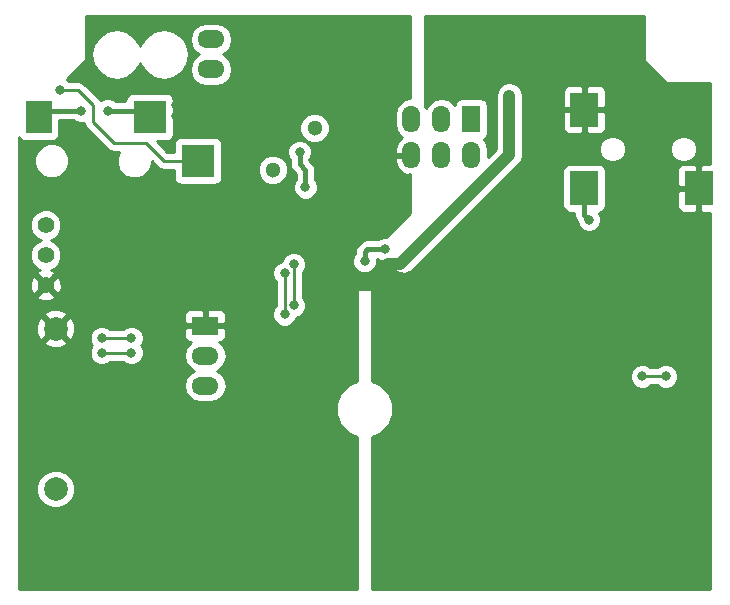
<source format=gbr>
G04 #@! TF.GenerationSoftware,KiCad,Pcbnew,(2017-08-18 revision 6be2f2934)-master*
G04 #@! TF.CreationDate,2017-08-19T20:32:53-06:00*
G04 #@! TF.ProjectId,tone,746F6E652E6B696361645F7063620000,rev?*
G04 #@! TF.SameCoordinates,Original*
G04 #@! TF.FileFunction,Copper,L2,Bot,Signal*
G04 #@! TF.FilePolarity,Positive*
%FSLAX46Y46*%
G04 Gerber Fmt 4.6, Leading zero omitted, Abs format (unit mm)*
G04 Created by KiCad (PCBNEW (2017-08-18 revision 6be2f2934)-master) date Sat Aug 19 20:32:53 2017*
%MOMM*%
%LPD*%
G01*
G04 APERTURE LIST*
%ADD10C,1.000000*%
%ADD11R,2.286000X1.524000*%
%ADD12O,2.286000X1.524000*%
%ADD13C,1.000000*%
%ADD14C,1.400000*%
%ADD15C,2.000000*%
%ADD16R,1.524000X2.286000*%
%ADD17O,1.524000X2.286000*%
%ADD18R,2.400000X2.850000*%
%ADD19R,2.800000X2.800000*%
%ADD20R,2.200000X2.800000*%
%ADD21C,1.300000*%
%ADD22C,0.800000*%
%ADD23C,0.400000*%
%ADD24C,0.250000*%
%ADD25C,0.254000*%
G04 APERTURE END LIST*
D10*
X33328249Y-21421751D02*
X34671751Y-20078249D01*
D11*
X16500000Y-26960000D03*
D12*
X16500000Y-29500000D03*
X16500000Y-32040000D03*
D13*
X33328249Y-21421751D03*
X34671751Y-20078249D03*
D14*
X3000000Y-23540000D03*
X3000000Y-21000000D03*
X3000000Y-18460000D03*
D12*
X17000000Y-5270000D03*
X17000000Y-2730000D03*
D15*
X3840000Y-27205000D03*
X3840000Y-40795000D03*
D16*
X39040000Y-9476000D03*
D17*
X36500000Y-9476000D03*
X33960000Y-9476000D03*
X39040000Y-12524000D03*
X36500000Y-12524000D03*
X33960000Y-12524000D03*
D18*
X58300000Y-15325000D03*
X48600000Y-15325000D03*
X48600000Y-8675000D03*
D19*
X15900000Y-13000000D03*
X11800000Y-9300000D03*
D20*
X2400000Y-9300000D03*
D21*
X25767767Y-10232233D03*
X22232233Y-13767767D03*
D22*
X31500000Y-1500000D03*
X35750000Y-1250000D03*
X52500000Y-1500000D03*
X45750000Y-1500000D03*
X25000000Y-44000000D03*
X7000000Y-33000000D03*
X8500000Y-21500000D03*
X11250000Y-24500000D03*
X20500000Y-27250000D03*
X28000000Y-20250000D03*
X20750000Y-12750000D03*
X22500000Y-10000000D03*
X59000000Y-7500000D03*
X45000000Y-15000000D03*
X40000000Y-20000000D03*
X56500000Y-27500000D03*
X50000000Y-35000000D03*
X56000000Y-43000000D03*
X45000000Y-43000000D03*
X35000000Y-44000000D03*
X19750000Y-18500000D03*
X42500000Y-32750000D03*
X37250000Y-25225000D03*
X36250000Y-25225000D03*
X24000000Y-20500000D03*
X23000000Y-20500000D03*
X7500000Y-18224990D03*
X5250000Y-37000000D03*
X5250000Y-45000000D03*
X12500000Y-41000000D03*
X11000000Y-18500000D03*
X10000000Y-18500000D03*
X19000000Y-8250000D03*
X19000000Y-7250000D03*
X18000000Y-7250000D03*
X17000000Y-7250000D03*
X16000000Y-7250000D03*
X16000000Y-8250000D03*
X19000000Y-9250000D03*
X16000000Y-9250000D03*
X15000000Y-7250000D03*
X14000000Y-7250000D03*
X15000000Y-8250000D03*
X14000000Y-8250000D03*
X15000000Y-9250000D03*
X14000000Y-9250000D03*
X19500000Y-17000000D03*
X20500000Y-17000000D03*
X20500000Y-18000000D03*
X20500000Y-19000000D03*
X20500000Y-20000000D03*
X19500000Y-20000000D03*
X43250000Y-37000000D03*
X52000000Y-20750000D03*
X43250000Y-27250000D03*
X48000000Y-29500000D03*
X25000000Y-15250000D03*
X31750000Y-20500000D03*
X30000000Y-21500000D03*
X4250000Y-7000000D03*
X53500000Y-31250000D03*
X55500000Y-31250000D03*
X24500000Y-12250000D03*
X6000000Y-8750000D03*
X8250000Y-8750000D03*
X49000000Y-18000000D03*
X7750000Y-28000000D03*
X10250000Y-28000000D03*
X7750000Y-29250000D03*
X10250000Y-29250000D03*
X23225000Y-22500000D03*
X23225000Y-26000000D03*
X24000000Y-21750000D03*
X24000000Y-25250000D03*
X42250000Y-7500000D03*
X42250000Y-8500000D03*
X42250000Y-9500000D03*
D10*
X33000000Y-21750000D02*
X32000000Y-21750000D01*
X33328249Y-21421751D02*
X33000000Y-21750000D01*
D23*
X25000000Y-13750000D02*
X24500000Y-13250000D01*
X24500000Y-13250000D02*
X24500000Y-12250000D01*
X25000000Y-15250000D02*
X25000000Y-13750000D01*
X30000000Y-20750000D02*
X30250000Y-20500000D01*
X30250000Y-20500000D02*
X31750000Y-20500000D01*
X30000000Y-21500000D02*
X30000000Y-20750000D01*
D24*
X7000000Y-8250000D02*
X5750000Y-7000000D01*
X5750000Y-7000000D02*
X4250000Y-7000000D01*
X55500000Y-31250000D02*
X53500000Y-31250000D01*
D23*
X6000000Y-8750000D02*
X2950000Y-8750000D01*
X2950000Y-8750000D02*
X2400000Y-9300000D01*
X8250000Y-8750000D02*
X11250000Y-8750000D01*
X11250000Y-8750000D02*
X11800000Y-9300000D01*
D24*
X7000000Y-9750000D02*
X7000000Y-8250000D01*
X8000000Y-10750000D02*
X7000000Y-9750000D01*
X11500000Y-11500000D02*
X8750000Y-11500000D01*
X8750000Y-11500000D02*
X8000000Y-10750000D01*
X13000000Y-13000000D02*
X11500000Y-11500000D01*
X15900000Y-13000000D02*
X13000000Y-13000000D01*
D23*
X48600000Y-15325000D02*
X48600000Y-17600000D01*
X48600000Y-17600000D02*
X49000000Y-18000000D01*
D24*
X10250000Y-28000000D02*
X7750000Y-28000000D01*
X10250000Y-29250000D02*
X7750000Y-29250000D01*
X23225000Y-26000000D02*
X23225000Y-22500000D01*
X24000000Y-25250000D02*
X24000000Y-21750000D01*
D10*
X42250000Y-8500000D02*
X42250000Y-7500000D01*
X42250000Y-9500000D02*
X42250000Y-8500000D01*
X34671751Y-20078249D02*
X42250000Y-12500000D01*
X42250000Y-12500000D02*
X42250000Y-9500000D01*
D25*
G36*
X33873000Y-7680472D02*
X33425391Y-7769507D01*
X32972172Y-8072339D01*
X32669340Y-8525558D01*
X32563000Y-9060167D01*
X32563000Y-9891833D01*
X32669340Y-10426442D01*
X32972172Y-10879661D01*
X33165657Y-11008944D01*
X33061974Y-11065370D01*
X32717941Y-11491059D01*
X32563000Y-12016000D01*
X32563000Y-12397000D01*
X33833000Y-12397000D01*
X33833000Y-12377000D01*
X33873000Y-12377000D01*
X33873000Y-12671000D01*
X33833000Y-12671000D01*
X33833000Y-12651000D01*
X32563000Y-12651000D01*
X32563000Y-13032000D01*
X32717941Y-13556941D01*
X33061974Y-13982630D01*
X33542723Y-14244260D01*
X33616930Y-14259220D01*
X33832998Y-14136721D01*
X33832998Y-14302000D01*
X33873000Y-14302000D01*
X33873000Y-17447394D01*
X31855302Y-19465092D01*
X31545029Y-19464821D01*
X31164485Y-19622058D01*
X31121468Y-19665000D01*
X30250000Y-19665000D01*
X29930459Y-19728561D01*
X29720424Y-19868902D01*
X29659566Y-19909566D01*
X29409566Y-20159566D01*
X29228561Y-20430459D01*
X29165000Y-20750000D01*
X29165000Y-20871108D01*
X29123081Y-20912954D01*
X28965180Y-21293223D01*
X28964821Y-21704971D01*
X29122058Y-22085515D01*
X29412954Y-22376919D01*
X29793223Y-22534820D01*
X30204971Y-22535179D01*
X30585515Y-22377942D01*
X30876919Y-22087046D01*
X31034820Y-21706777D01*
X31035144Y-21335000D01*
X31121108Y-21335000D01*
X31162954Y-21376919D01*
X31543223Y-21534820D01*
X31954971Y-21535179D01*
X32196001Y-21435588D01*
X32244763Y-21680730D01*
X32212032Y-21727126D01*
X32413861Y-22131038D01*
X32754897Y-22426968D01*
X33022874Y-22537968D01*
X33069270Y-22505237D01*
X33328249Y-22556751D01*
X33587228Y-22505237D01*
X33633624Y-22537968D01*
X34037536Y-22336139D01*
X34159192Y-22195940D01*
X35473903Y-20881229D01*
X35633396Y-20722014D01*
X35633593Y-20721539D01*
X42455132Y-13900000D01*
X46752560Y-13900000D01*
X46752560Y-16750000D01*
X46801843Y-16997765D01*
X46942191Y-17207809D01*
X47152235Y-17348157D01*
X47400000Y-17397440D01*
X47765000Y-17397440D01*
X47765000Y-17600000D01*
X47828561Y-17919541D01*
X47882322Y-18000000D01*
X47964892Y-18123574D01*
X47964821Y-18204971D01*
X48122058Y-18585515D01*
X48412954Y-18876919D01*
X48793223Y-19034820D01*
X49204971Y-19035179D01*
X49585515Y-18877942D01*
X49876919Y-18587046D01*
X50034820Y-18206777D01*
X50035179Y-17795029D01*
X49877942Y-17414485D01*
X49850833Y-17387329D01*
X50047765Y-17348157D01*
X50257809Y-17207809D01*
X50398157Y-16997765D01*
X50447440Y-16750000D01*
X50447440Y-15610750D01*
X56465000Y-15610750D01*
X56465000Y-16876310D01*
X56561673Y-17109699D01*
X56740302Y-17288327D01*
X56973691Y-17385000D01*
X58014250Y-17385000D01*
X58173000Y-17226250D01*
X58173000Y-15452000D01*
X56623750Y-15452000D01*
X56465000Y-15610750D01*
X50447440Y-15610750D01*
X50447440Y-13900000D01*
X50422316Y-13773690D01*
X56465000Y-13773690D01*
X56465000Y-15039250D01*
X56623750Y-15198000D01*
X58173000Y-15198000D01*
X58173000Y-13423750D01*
X58014250Y-13265000D01*
X56973691Y-13265000D01*
X56740302Y-13361673D01*
X56561673Y-13540301D01*
X56465000Y-13773690D01*
X50422316Y-13773690D01*
X50398157Y-13652235D01*
X50257809Y-13442191D01*
X50047765Y-13301843D01*
X49800000Y-13252560D01*
X47400000Y-13252560D01*
X47152235Y-13301843D01*
X46942191Y-13442191D01*
X46801843Y-13652235D01*
X46752560Y-13900000D01*
X42455132Y-13900000D01*
X43052567Y-13302566D01*
X43298604Y-12934345D01*
X43385000Y-12500000D01*
X43385000Y-12224775D01*
X49864803Y-12224775D01*
X50037233Y-12642086D01*
X50356235Y-12961645D01*
X50773244Y-13134803D01*
X51224775Y-13135197D01*
X51642086Y-12962767D01*
X51961645Y-12643765D01*
X52134803Y-12226756D01*
X52134804Y-12224775D01*
X55864803Y-12224775D01*
X56037233Y-12642086D01*
X56356235Y-12961645D01*
X56773244Y-13134803D01*
X57224775Y-13135197D01*
X57642086Y-12962767D01*
X57961645Y-12643765D01*
X58134803Y-12226756D01*
X58135197Y-11775225D01*
X57962767Y-11357914D01*
X57643765Y-11038355D01*
X57226756Y-10865197D01*
X56775225Y-10864803D01*
X56357914Y-11037233D01*
X56038355Y-11356235D01*
X55865197Y-11773244D01*
X55864803Y-12224775D01*
X52134804Y-12224775D01*
X52135197Y-11775225D01*
X51962767Y-11357914D01*
X51643765Y-11038355D01*
X51226756Y-10865197D01*
X50775225Y-10864803D01*
X50357914Y-11037233D01*
X50038355Y-11356235D01*
X49865197Y-11773244D01*
X49864803Y-12224775D01*
X43385000Y-12224775D01*
X43385000Y-8960750D01*
X46765000Y-8960750D01*
X46765000Y-10226310D01*
X46861673Y-10459699D01*
X47040302Y-10638327D01*
X47273691Y-10735000D01*
X48314250Y-10735000D01*
X48473000Y-10576250D01*
X48473000Y-8802000D01*
X48727000Y-8802000D01*
X48727000Y-10576250D01*
X48885750Y-10735000D01*
X49926309Y-10735000D01*
X50159698Y-10638327D01*
X50338327Y-10459699D01*
X50435000Y-10226310D01*
X50435000Y-8960750D01*
X50276250Y-8802000D01*
X48727000Y-8802000D01*
X48473000Y-8802000D01*
X46923750Y-8802000D01*
X46765000Y-8960750D01*
X43385000Y-8960750D01*
X43385000Y-7500000D01*
X43310148Y-7123690D01*
X46765000Y-7123690D01*
X46765000Y-8389250D01*
X46923750Y-8548000D01*
X48473000Y-8548000D01*
X48473000Y-6773750D01*
X48727000Y-6773750D01*
X48727000Y-8548000D01*
X50276250Y-8548000D01*
X50435000Y-8389250D01*
X50435000Y-7123690D01*
X50338327Y-6890301D01*
X50159698Y-6711673D01*
X49926309Y-6615000D01*
X48885750Y-6615000D01*
X48727000Y-6773750D01*
X48473000Y-6773750D01*
X48314250Y-6615000D01*
X47273691Y-6615000D01*
X47040302Y-6711673D01*
X46861673Y-6890301D01*
X46765000Y-7123690D01*
X43310148Y-7123690D01*
X43298603Y-7065654D01*
X43052566Y-6697434D01*
X42684346Y-6451397D01*
X42250000Y-6365000D01*
X41815654Y-6451397D01*
X41447434Y-6697434D01*
X41201397Y-7065654D01*
X41115000Y-7500000D01*
X41115000Y-12029867D01*
X40437000Y-12707867D01*
X40437000Y-12108167D01*
X40330660Y-11573558D01*
X40079323Y-11197407D01*
X40259809Y-11076809D01*
X40400157Y-10866765D01*
X40449440Y-10619000D01*
X40449440Y-8333000D01*
X40400157Y-8085235D01*
X40259809Y-7875191D01*
X40049765Y-7734843D01*
X39802000Y-7685560D01*
X38278000Y-7685560D01*
X38030235Y-7734843D01*
X37820191Y-7875191D01*
X37679843Y-8085235D01*
X37637772Y-8296745D01*
X37487828Y-8072339D01*
X37034609Y-7769507D01*
X36500000Y-7663167D01*
X35965391Y-7769507D01*
X35512172Y-8072339D01*
X35230000Y-8494638D01*
X35127000Y-8340488D01*
X35127000Y-735000D01*
X53623000Y-735000D01*
X53623000Y-4500000D01*
X53632667Y-4548601D01*
X53660197Y-4589803D01*
X55410197Y-6339803D01*
X55451399Y-6367333D01*
X55500000Y-6377000D01*
X59265000Y-6377000D01*
X59265000Y-13265000D01*
X58585750Y-13265000D01*
X58427000Y-13423750D01*
X58427000Y-15198000D01*
X58447000Y-15198000D01*
X58447000Y-15452000D01*
X58427000Y-15452000D01*
X58427000Y-17226250D01*
X58585750Y-17385000D01*
X59265000Y-17385000D01*
X59265000Y-49265000D01*
X30627000Y-49265000D01*
X30627000Y-36353963D01*
X31366201Y-36048531D01*
X32046144Y-35369774D01*
X32414580Y-34482481D01*
X32415419Y-33521734D01*
X32048531Y-32633799D01*
X31369774Y-31953856D01*
X30627000Y-31645429D01*
X30627000Y-31454971D01*
X52464821Y-31454971D01*
X52622058Y-31835515D01*
X52912954Y-32126919D01*
X53293223Y-32284820D01*
X53704971Y-32285179D01*
X54085515Y-32127942D01*
X54203663Y-32010000D01*
X54796239Y-32010000D01*
X54912954Y-32126919D01*
X55293223Y-32284820D01*
X55704971Y-32285179D01*
X56085515Y-32127942D01*
X56376919Y-31837046D01*
X56534820Y-31456777D01*
X56535179Y-31045029D01*
X56377942Y-30664485D01*
X56087046Y-30373081D01*
X55706777Y-30215180D01*
X55295029Y-30214821D01*
X54914485Y-30372058D01*
X54796337Y-30490000D01*
X54203761Y-30490000D01*
X54087046Y-30373081D01*
X53706777Y-30215180D01*
X53295029Y-30214821D01*
X52914485Y-30372058D01*
X52623081Y-30662954D01*
X52465180Y-31043223D01*
X52464821Y-31454971D01*
X30627000Y-31454971D01*
X30627000Y-24000000D01*
X30617333Y-23951399D01*
X30589803Y-23910197D01*
X30548601Y-23882667D01*
X30500000Y-23873000D01*
X29500000Y-23873000D01*
X29451399Y-23882667D01*
X29410197Y-23910197D01*
X29382667Y-23951399D01*
X29373000Y-24000000D01*
X29373000Y-31646037D01*
X28633799Y-31951469D01*
X27953856Y-32630226D01*
X27585420Y-33517519D01*
X27584581Y-34478266D01*
X27951469Y-35366201D01*
X28630226Y-36046144D01*
X29373000Y-36354571D01*
X29373000Y-49265000D01*
X735000Y-49265000D01*
X735000Y-41118795D01*
X2204716Y-41118795D01*
X2453106Y-41719943D01*
X2912637Y-42180278D01*
X3513352Y-42429716D01*
X4163795Y-42430284D01*
X4764943Y-42181894D01*
X5225278Y-41722363D01*
X5474716Y-41121648D01*
X5475284Y-40471205D01*
X5226894Y-39870057D01*
X4767363Y-39409722D01*
X4166648Y-39160284D01*
X3516205Y-39159716D01*
X2915057Y-39408106D01*
X2454722Y-39867637D01*
X2205284Y-40468352D01*
X2204716Y-41118795D01*
X735000Y-41118795D01*
X735000Y-28357532D01*
X2867073Y-28357532D01*
X2965736Y-28624387D01*
X3575461Y-28850908D01*
X4225460Y-28826856D01*
X4714264Y-28624387D01*
X4812927Y-28357532D01*
X4660366Y-28204971D01*
X6714821Y-28204971D01*
X6872058Y-28585515D01*
X6911288Y-28624814D01*
X6873081Y-28662954D01*
X6715180Y-29043223D01*
X6714821Y-29454971D01*
X6872058Y-29835515D01*
X7162954Y-30126919D01*
X7543223Y-30284820D01*
X7954971Y-30285179D01*
X8335515Y-30127942D01*
X8453663Y-30010000D01*
X9546239Y-30010000D01*
X9662954Y-30126919D01*
X10043223Y-30284820D01*
X10454971Y-30285179D01*
X10835515Y-30127942D01*
X11126919Y-29837046D01*
X11266872Y-29500000D01*
X14687167Y-29500000D01*
X14793507Y-30034609D01*
X15096339Y-30487828D01*
X15518638Y-30770000D01*
X15096339Y-31052172D01*
X14793507Y-31505391D01*
X14687167Y-32040000D01*
X14793507Y-32574609D01*
X15096339Y-33027828D01*
X15549558Y-33330660D01*
X16084167Y-33437000D01*
X16915833Y-33437000D01*
X17450442Y-33330660D01*
X17903661Y-33027828D01*
X18206493Y-32574609D01*
X18312833Y-32040000D01*
X18206493Y-31505391D01*
X17903661Y-31052172D01*
X17481362Y-30770000D01*
X17903661Y-30487828D01*
X18206493Y-30034609D01*
X18312833Y-29500000D01*
X18206493Y-28965391D01*
X17903661Y-28512172D01*
X17671430Y-28357000D01*
X17769310Y-28357000D01*
X18002699Y-28260327D01*
X18181327Y-28081698D01*
X18278000Y-27848309D01*
X18278000Y-27245750D01*
X18119250Y-27087000D01*
X16627000Y-27087000D01*
X16627000Y-27107000D01*
X16373000Y-27107000D01*
X16373000Y-27087000D01*
X14880750Y-27087000D01*
X14722000Y-27245750D01*
X14722000Y-27848309D01*
X14818673Y-28081698D01*
X14997301Y-28260327D01*
X15230690Y-28357000D01*
X15328570Y-28357000D01*
X15096339Y-28512172D01*
X14793507Y-28965391D01*
X14687167Y-29500000D01*
X11266872Y-29500000D01*
X11284820Y-29456777D01*
X11285179Y-29045029D01*
X11127942Y-28664485D01*
X11088712Y-28625186D01*
X11126919Y-28587046D01*
X11284820Y-28206777D01*
X11285179Y-27795029D01*
X11127942Y-27414485D01*
X10837046Y-27123081D01*
X10456777Y-26965180D01*
X10045029Y-26964821D01*
X9664485Y-27122058D01*
X9546337Y-27240000D01*
X8453761Y-27240000D01*
X8337046Y-27123081D01*
X7956777Y-26965180D01*
X7545029Y-26964821D01*
X7164485Y-27122058D01*
X6873081Y-27412954D01*
X6715180Y-27793223D01*
X6714821Y-28204971D01*
X4660366Y-28204971D01*
X3840000Y-27384605D01*
X2867073Y-28357532D01*
X735000Y-28357532D01*
X735000Y-26940461D01*
X2194092Y-26940461D01*
X2218144Y-27590460D01*
X2420613Y-28079264D01*
X2687468Y-28177927D01*
X3660395Y-27205000D01*
X4019605Y-27205000D01*
X4992532Y-28177927D01*
X5259387Y-28079264D01*
X5485908Y-27469539D01*
X5461856Y-26819540D01*
X5259387Y-26330736D01*
X4992532Y-26232073D01*
X4019605Y-27205000D01*
X3660395Y-27205000D01*
X2687468Y-26232073D01*
X2420613Y-26330736D01*
X2194092Y-26940461D01*
X735000Y-26940461D01*
X735000Y-26052468D01*
X2867073Y-26052468D01*
X3840000Y-27025395D01*
X4793704Y-26071691D01*
X14722000Y-26071691D01*
X14722000Y-26674250D01*
X14880750Y-26833000D01*
X16373000Y-26833000D01*
X16373000Y-25721750D01*
X16627000Y-25721750D01*
X16627000Y-26833000D01*
X18119250Y-26833000D01*
X18278000Y-26674250D01*
X18278000Y-26071691D01*
X18181327Y-25838302D01*
X18002699Y-25659673D01*
X17769310Y-25563000D01*
X16785750Y-25563000D01*
X16627000Y-25721750D01*
X16373000Y-25721750D01*
X16214250Y-25563000D01*
X15230690Y-25563000D01*
X14997301Y-25659673D01*
X14818673Y-25838302D01*
X14722000Y-26071691D01*
X4793704Y-26071691D01*
X4812927Y-26052468D01*
X4714264Y-25785613D01*
X4104539Y-25559092D01*
X3454540Y-25583144D01*
X2965736Y-25785613D01*
X2867073Y-26052468D01*
X735000Y-26052468D01*
X735000Y-24475275D01*
X2244331Y-24475275D01*
X2306169Y-24711042D01*
X2807122Y-24887419D01*
X3337440Y-24858664D01*
X3693831Y-24711042D01*
X3755669Y-24475275D01*
X3000000Y-23719605D01*
X2244331Y-24475275D01*
X735000Y-24475275D01*
X735000Y-23347122D01*
X1652581Y-23347122D01*
X1681336Y-23877440D01*
X1828958Y-24233831D01*
X2064725Y-24295669D01*
X2820395Y-23540000D01*
X3179605Y-23540000D01*
X3935275Y-24295669D01*
X4171042Y-24233831D01*
X4347419Y-23732878D01*
X4318664Y-23202560D01*
X4171042Y-22846169D01*
X3935275Y-22784331D01*
X3179605Y-23540000D01*
X2820395Y-23540000D01*
X2064725Y-22784331D01*
X1828958Y-22846169D01*
X1652581Y-23347122D01*
X735000Y-23347122D01*
X735000Y-18724383D01*
X1664769Y-18724383D01*
X1867582Y-19215229D01*
X2242796Y-19591098D01*
X2577527Y-19730091D01*
X2244771Y-19867582D01*
X1868902Y-20242796D01*
X1665232Y-20733287D01*
X1664769Y-21264383D01*
X1867582Y-21755229D01*
X2242796Y-22131098D01*
X2561212Y-22263316D01*
X2306169Y-22368958D01*
X2244331Y-22604725D01*
X3000000Y-23360395D01*
X3655423Y-22704971D01*
X22189821Y-22704971D01*
X22347058Y-23085515D01*
X22465000Y-23203663D01*
X22465000Y-25296239D01*
X22348081Y-25412954D01*
X22190180Y-25793223D01*
X22189821Y-26204971D01*
X22347058Y-26585515D01*
X22637954Y-26876919D01*
X23018223Y-27034820D01*
X23429971Y-27035179D01*
X23810515Y-26877942D01*
X24101919Y-26587046D01*
X24231882Y-26274060D01*
X24585515Y-26127942D01*
X24876919Y-25837046D01*
X25034820Y-25456777D01*
X25035179Y-25045029D01*
X24877942Y-24664485D01*
X24760000Y-24546337D01*
X24760000Y-22453761D01*
X24876919Y-22337046D01*
X25034820Y-21956777D01*
X25035179Y-21545029D01*
X24877942Y-21164485D01*
X24587046Y-20873081D01*
X24206777Y-20715180D01*
X23795029Y-20714821D01*
X23414485Y-20872058D01*
X23123081Y-21162954D01*
X22993118Y-21475940D01*
X22639485Y-21622058D01*
X22348081Y-21912954D01*
X22190180Y-22293223D01*
X22189821Y-22704971D01*
X3655423Y-22704971D01*
X3755669Y-22604725D01*
X3693831Y-22368958D01*
X3417889Y-22271804D01*
X3755229Y-22132418D01*
X4131098Y-21757204D01*
X4334768Y-21266713D01*
X4335231Y-20735617D01*
X4132418Y-20244771D01*
X3757204Y-19868902D01*
X3422473Y-19729909D01*
X3755229Y-19592418D01*
X4131098Y-19217204D01*
X4334768Y-18726713D01*
X4335231Y-18195617D01*
X4132418Y-17704771D01*
X3757204Y-17328902D01*
X3266713Y-17125232D01*
X2735617Y-17124769D01*
X2244771Y-17327582D01*
X1868902Y-17702796D01*
X1665232Y-18193287D01*
X1664769Y-18724383D01*
X735000Y-18724383D01*
X735000Y-13294089D01*
X2014743Y-13294089D01*
X2240344Y-13840086D01*
X2657717Y-14258188D01*
X3203319Y-14484742D01*
X3794089Y-14485257D01*
X4340086Y-14259656D01*
X4758188Y-13842283D01*
X4984742Y-13296681D01*
X4985257Y-12705911D01*
X4759656Y-12159914D01*
X4342283Y-11741812D01*
X3796681Y-11515258D01*
X3205911Y-11514743D01*
X2659914Y-11740344D01*
X2241812Y-12157717D01*
X2015258Y-12703319D01*
X2014743Y-13294089D01*
X735000Y-13294089D01*
X735000Y-10997388D01*
X842191Y-11157809D01*
X1052235Y-11298157D01*
X1300000Y-11347440D01*
X3500000Y-11347440D01*
X3747765Y-11298157D01*
X3957809Y-11157809D01*
X4098157Y-10947765D01*
X4147440Y-10700000D01*
X4147440Y-9585000D01*
X5371108Y-9585000D01*
X5412954Y-9626919D01*
X5793223Y-9784820D01*
X6204971Y-9785179D01*
X6243806Y-9769133D01*
X6297852Y-10040839D01*
X6462599Y-10287401D01*
X8212599Y-12037401D01*
X8459160Y-12202148D01*
X8750000Y-12260000D01*
X9199340Y-12260000D01*
X9015258Y-12703319D01*
X9014743Y-13294089D01*
X9240344Y-13840086D01*
X9657717Y-14258188D01*
X10203319Y-14484742D01*
X10794089Y-14485257D01*
X11340086Y-14259656D01*
X11758188Y-13842283D01*
X11984742Y-13296681D01*
X11984949Y-13059751D01*
X12462599Y-13537401D01*
X12709160Y-13702148D01*
X13000000Y-13760000D01*
X13852560Y-13760000D01*
X13852560Y-14400000D01*
X13901843Y-14647765D01*
X14042191Y-14857809D01*
X14252235Y-14998157D01*
X14500000Y-15047440D01*
X17300000Y-15047440D01*
X17547765Y-14998157D01*
X17757809Y-14857809D01*
X17898157Y-14647765D01*
X17947440Y-14400000D01*
X17947440Y-14022248D01*
X20947010Y-14022248D01*
X21142228Y-14494710D01*
X21503388Y-14856502D01*
X21975509Y-15052544D01*
X22486714Y-15052990D01*
X22959176Y-14857772D01*
X23320968Y-14496612D01*
X23517010Y-14024491D01*
X23517456Y-13513286D01*
X23322238Y-13040824D01*
X22961078Y-12679032D01*
X22488957Y-12482990D01*
X21977752Y-12482544D01*
X21505290Y-12677762D01*
X21143498Y-13038922D01*
X20947456Y-13511043D01*
X20947010Y-14022248D01*
X17947440Y-14022248D01*
X17947440Y-12454971D01*
X23464821Y-12454971D01*
X23622058Y-12835515D01*
X23665000Y-12878532D01*
X23665000Y-13250000D01*
X23728561Y-13569541D01*
X23849140Y-13750000D01*
X23909566Y-13840434D01*
X24165000Y-14095868D01*
X24165000Y-14621108D01*
X24123081Y-14662954D01*
X23965180Y-15043223D01*
X23964821Y-15454971D01*
X24122058Y-15835515D01*
X24412954Y-16126919D01*
X24793223Y-16284820D01*
X25204971Y-16285179D01*
X25585515Y-16127942D01*
X25876919Y-15837046D01*
X26034820Y-15456777D01*
X26035179Y-15045029D01*
X25877942Y-14664485D01*
X25835000Y-14621468D01*
X25835000Y-13750000D01*
X25812125Y-13635000D01*
X25771440Y-13430460D01*
X25590434Y-13159566D01*
X25335000Y-12904132D01*
X25335000Y-12878892D01*
X25376919Y-12837046D01*
X25534820Y-12456777D01*
X25535179Y-12045029D01*
X25377942Y-11664485D01*
X25087046Y-11373081D01*
X24706777Y-11215180D01*
X24295029Y-11214821D01*
X23914485Y-11372058D01*
X23623081Y-11662954D01*
X23465180Y-12043223D01*
X23464821Y-12454971D01*
X17947440Y-12454971D01*
X17947440Y-11600000D01*
X17898157Y-11352235D01*
X17757809Y-11142191D01*
X17547765Y-11001843D01*
X17300000Y-10952560D01*
X14500000Y-10952560D01*
X14252235Y-11001843D01*
X14042191Y-11142191D01*
X13901843Y-11352235D01*
X13852560Y-11600000D01*
X13852560Y-12240000D01*
X13314802Y-12240000D01*
X12422242Y-11347440D01*
X13200000Y-11347440D01*
X13447765Y-11298157D01*
X13657809Y-11157809D01*
X13798157Y-10947765D01*
X13847440Y-10700000D01*
X13847440Y-10486714D01*
X24482544Y-10486714D01*
X24677762Y-10959176D01*
X25038922Y-11320968D01*
X25511043Y-11517010D01*
X26022248Y-11517456D01*
X26494710Y-11322238D01*
X26856502Y-10961078D01*
X27052544Y-10488957D01*
X27052990Y-9977752D01*
X26857772Y-9505290D01*
X26496612Y-9143498D01*
X26024491Y-8947456D01*
X25513286Y-8947010D01*
X25040824Y-9142228D01*
X24679032Y-9503388D01*
X24482990Y-9975509D01*
X24482544Y-10486714D01*
X13847440Y-10486714D01*
X13847440Y-7900000D01*
X13798157Y-7652235D01*
X13657809Y-7442191D01*
X13447765Y-7301843D01*
X13200000Y-7252560D01*
X10400000Y-7252560D01*
X10152235Y-7301843D01*
X9942191Y-7442191D01*
X9801843Y-7652235D01*
X9752560Y-7900000D01*
X9752560Y-7915000D01*
X8878892Y-7915000D01*
X8837046Y-7873081D01*
X8456777Y-7715180D01*
X8045029Y-7714821D01*
X7664485Y-7872058D01*
X7652165Y-7884356D01*
X7537401Y-7712599D01*
X6287401Y-6462599D01*
X6040839Y-6297852D01*
X5750000Y-6240000D01*
X4953761Y-6240000D01*
X4837046Y-6123081D01*
X4815480Y-6114126D01*
X6339803Y-4589803D01*
X6367333Y-4548601D01*
X6377000Y-4500000D01*
X6377000Y-4000000D01*
X6850786Y-4000000D01*
X7014385Y-4822469D01*
X7480276Y-5519724D01*
X8177531Y-5985615D01*
X9000000Y-6149214D01*
X9822469Y-5985615D01*
X10519724Y-5519724D01*
X10985615Y-4822469D01*
X11000000Y-4750151D01*
X11014385Y-4822469D01*
X11480276Y-5519724D01*
X12177531Y-5985615D01*
X13000000Y-6149214D01*
X13822469Y-5985615D01*
X14519724Y-5519724D01*
X14985615Y-4822469D01*
X15149214Y-4000000D01*
X14985615Y-3177531D01*
X14686585Y-2730000D01*
X15187167Y-2730000D01*
X15293507Y-3264609D01*
X15596339Y-3717828D01*
X16018638Y-4000000D01*
X15596339Y-4282172D01*
X15293507Y-4735391D01*
X15187167Y-5270000D01*
X15293507Y-5804609D01*
X15596339Y-6257828D01*
X16049558Y-6560660D01*
X16584167Y-6667000D01*
X17415833Y-6667000D01*
X17950442Y-6560660D01*
X18403661Y-6257828D01*
X18706493Y-5804609D01*
X18812833Y-5270000D01*
X18706493Y-4735391D01*
X18403661Y-4282172D01*
X17981362Y-4000000D01*
X18403661Y-3717828D01*
X18706493Y-3264609D01*
X18812833Y-2730000D01*
X18706493Y-2195391D01*
X18403661Y-1742172D01*
X17950442Y-1439340D01*
X17415833Y-1333000D01*
X16584167Y-1333000D01*
X16049558Y-1439340D01*
X15596339Y-1742172D01*
X15293507Y-2195391D01*
X15187167Y-2730000D01*
X14686585Y-2730000D01*
X14519724Y-2480276D01*
X13822469Y-2014385D01*
X13000000Y-1850786D01*
X12177531Y-2014385D01*
X11480276Y-2480276D01*
X11014385Y-3177531D01*
X11000000Y-3249849D01*
X10985615Y-3177531D01*
X10519724Y-2480276D01*
X9822469Y-2014385D01*
X9000000Y-1850786D01*
X8177531Y-2014385D01*
X7480276Y-2480276D01*
X7014385Y-3177531D01*
X6850786Y-4000000D01*
X6377000Y-4000000D01*
X6377000Y-735000D01*
X33873000Y-735000D01*
X33873000Y-7680472D01*
X33873000Y-7680472D01*
G37*
X33873000Y-7680472D02*
X33425391Y-7769507D01*
X32972172Y-8072339D01*
X32669340Y-8525558D01*
X32563000Y-9060167D01*
X32563000Y-9891833D01*
X32669340Y-10426442D01*
X32972172Y-10879661D01*
X33165657Y-11008944D01*
X33061974Y-11065370D01*
X32717941Y-11491059D01*
X32563000Y-12016000D01*
X32563000Y-12397000D01*
X33833000Y-12397000D01*
X33833000Y-12377000D01*
X33873000Y-12377000D01*
X33873000Y-12671000D01*
X33833000Y-12671000D01*
X33833000Y-12651000D01*
X32563000Y-12651000D01*
X32563000Y-13032000D01*
X32717941Y-13556941D01*
X33061974Y-13982630D01*
X33542723Y-14244260D01*
X33616930Y-14259220D01*
X33832998Y-14136721D01*
X33832998Y-14302000D01*
X33873000Y-14302000D01*
X33873000Y-17447394D01*
X31855302Y-19465092D01*
X31545029Y-19464821D01*
X31164485Y-19622058D01*
X31121468Y-19665000D01*
X30250000Y-19665000D01*
X29930459Y-19728561D01*
X29720424Y-19868902D01*
X29659566Y-19909566D01*
X29409566Y-20159566D01*
X29228561Y-20430459D01*
X29165000Y-20750000D01*
X29165000Y-20871108D01*
X29123081Y-20912954D01*
X28965180Y-21293223D01*
X28964821Y-21704971D01*
X29122058Y-22085515D01*
X29412954Y-22376919D01*
X29793223Y-22534820D01*
X30204971Y-22535179D01*
X30585515Y-22377942D01*
X30876919Y-22087046D01*
X31034820Y-21706777D01*
X31035144Y-21335000D01*
X31121108Y-21335000D01*
X31162954Y-21376919D01*
X31543223Y-21534820D01*
X31954971Y-21535179D01*
X32196001Y-21435588D01*
X32244763Y-21680730D01*
X32212032Y-21727126D01*
X32413861Y-22131038D01*
X32754897Y-22426968D01*
X33022874Y-22537968D01*
X33069270Y-22505237D01*
X33328249Y-22556751D01*
X33587228Y-22505237D01*
X33633624Y-22537968D01*
X34037536Y-22336139D01*
X34159192Y-22195940D01*
X35473903Y-20881229D01*
X35633396Y-20722014D01*
X35633593Y-20721539D01*
X42455132Y-13900000D01*
X46752560Y-13900000D01*
X46752560Y-16750000D01*
X46801843Y-16997765D01*
X46942191Y-17207809D01*
X47152235Y-17348157D01*
X47400000Y-17397440D01*
X47765000Y-17397440D01*
X47765000Y-17600000D01*
X47828561Y-17919541D01*
X47882322Y-18000000D01*
X47964892Y-18123574D01*
X47964821Y-18204971D01*
X48122058Y-18585515D01*
X48412954Y-18876919D01*
X48793223Y-19034820D01*
X49204971Y-19035179D01*
X49585515Y-18877942D01*
X49876919Y-18587046D01*
X50034820Y-18206777D01*
X50035179Y-17795029D01*
X49877942Y-17414485D01*
X49850833Y-17387329D01*
X50047765Y-17348157D01*
X50257809Y-17207809D01*
X50398157Y-16997765D01*
X50447440Y-16750000D01*
X50447440Y-15610750D01*
X56465000Y-15610750D01*
X56465000Y-16876310D01*
X56561673Y-17109699D01*
X56740302Y-17288327D01*
X56973691Y-17385000D01*
X58014250Y-17385000D01*
X58173000Y-17226250D01*
X58173000Y-15452000D01*
X56623750Y-15452000D01*
X56465000Y-15610750D01*
X50447440Y-15610750D01*
X50447440Y-13900000D01*
X50422316Y-13773690D01*
X56465000Y-13773690D01*
X56465000Y-15039250D01*
X56623750Y-15198000D01*
X58173000Y-15198000D01*
X58173000Y-13423750D01*
X58014250Y-13265000D01*
X56973691Y-13265000D01*
X56740302Y-13361673D01*
X56561673Y-13540301D01*
X56465000Y-13773690D01*
X50422316Y-13773690D01*
X50398157Y-13652235D01*
X50257809Y-13442191D01*
X50047765Y-13301843D01*
X49800000Y-13252560D01*
X47400000Y-13252560D01*
X47152235Y-13301843D01*
X46942191Y-13442191D01*
X46801843Y-13652235D01*
X46752560Y-13900000D01*
X42455132Y-13900000D01*
X43052567Y-13302566D01*
X43298604Y-12934345D01*
X43385000Y-12500000D01*
X43385000Y-12224775D01*
X49864803Y-12224775D01*
X50037233Y-12642086D01*
X50356235Y-12961645D01*
X50773244Y-13134803D01*
X51224775Y-13135197D01*
X51642086Y-12962767D01*
X51961645Y-12643765D01*
X52134803Y-12226756D01*
X52134804Y-12224775D01*
X55864803Y-12224775D01*
X56037233Y-12642086D01*
X56356235Y-12961645D01*
X56773244Y-13134803D01*
X57224775Y-13135197D01*
X57642086Y-12962767D01*
X57961645Y-12643765D01*
X58134803Y-12226756D01*
X58135197Y-11775225D01*
X57962767Y-11357914D01*
X57643765Y-11038355D01*
X57226756Y-10865197D01*
X56775225Y-10864803D01*
X56357914Y-11037233D01*
X56038355Y-11356235D01*
X55865197Y-11773244D01*
X55864803Y-12224775D01*
X52134804Y-12224775D01*
X52135197Y-11775225D01*
X51962767Y-11357914D01*
X51643765Y-11038355D01*
X51226756Y-10865197D01*
X50775225Y-10864803D01*
X50357914Y-11037233D01*
X50038355Y-11356235D01*
X49865197Y-11773244D01*
X49864803Y-12224775D01*
X43385000Y-12224775D01*
X43385000Y-8960750D01*
X46765000Y-8960750D01*
X46765000Y-10226310D01*
X46861673Y-10459699D01*
X47040302Y-10638327D01*
X47273691Y-10735000D01*
X48314250Y-10735000D01*
X48473000Y-10576250D01*
X48473000Y-8802000D01*
X48727000Y-8802000D01*
X48727000Y-10576250D01*
X48885750Y-10735000D01*
X49926309Y-10735000D01*
X50159698Y-10638327D01*
X50338327Y-10459699D01*
X50435000Y-10226310D01*
X50435000Y-8960750D01*
X50276250Y-8802000D01*
X48727000Y-8802000D01*
X48473000Y-8802000D01*
X46923750Y-8802000D01*
X46765000Y-8960750D01*
X43385000Y-8960750D01*
X43385000Y-7500000D01*
X43310148Y-7123690D01*
X46765000Y-7123690D01*
X46765000Y-8389250D01*
X46923750Y-8548000D01*
X48473000Y-8548000D01*
X48473000Y-6773750D01*
X48727000Y-6773750D01*
X48727000Y-8548000D01*
X50276250Y-8548000D01*
X50435000Y-8389250D01*
X50435000Y-7123690D01*
X50338327Y-6890301D01*
X50159698Y-6711673D01*
X49926309Y-6615000D01*
X48885750Y-6615000D01*
X48727000Y-6773750D01*
X48473000Y-6773750D01*
X48314250Y-6615000D01*
X47273691Y-6615000D01*
X47040302Y-6711673D01*
X46861673Y-6890301D01*
X46765000Y-7123690D01*
X43310148Y-7123690D01*
X43298603Y-7065654D01*
X43052566Y-6697434D01*
X42684346Y-6451397D01*
X42250000Y-6365000D01*
X41815654Y-6451397D01*
X41447434Y-6697434D01*
X41201397Y-7065654D01*
X41115000Y-7500000D01*
X41115000Y-12029867D01*
X40437000Y-12707867D01*
X40437000Y-12108167D01*
X40330660Y-11573558D01*
X40079323Y-11197407D01*
X40259809Y-11076809D01*
X40400157Y-10866765D01*
X40449440Y-10619000D01*
X40449440Y-8333000D01*
X40400157Y-8085235D01*
X40259809Y-7875191D01*
X40049765Y-7734843D01*
X39802000Y-7685560D01*
X38278000Y-7685560D01*
X38030235Y-7734843D01*
X37820191Y-7875191D01*
X37679843Y-8085235D01*
X37637772Y-8296745D01*
X37487828Y-8072339D01*
X37034609Y-7769507D01*
X36500000Y-7663167D01*
X35965391Y-7769507D01*
X35512172Y-8072339D01*
X35230000Y-8494638D01*
X35127000Y-8340488D01*
X35127000Y-735000D01*
X53623000Y-735000D01*
X53623000Y-4500000D01*
X53632667Y-4548601D01*
X53660197Y-4589803D01*
X55410197Y-6339803D01*
X55451399Y-6367333D01*
X55500000Y-6377000D01*
X59265000Y-6377000D01*
X59265000Y-13265000D01*
X58585750Y-13265000D01*
X58427000Y-13423750D01*
X58427000Y-15198000D01*
X58447000Y-15198000D01*
X58447000Y-15452000D01*
X58427000Y-15452000D01*
X58427000Y-17226250D01*
X58585750Y-17385000D01*
X59265000Y-17385000D01*
X59265000Y-49265000D01*
X30627000Y-49265000D01*
X30627000Y-36353963D01*
X31366201Y-36048531D01*
X32046144Y-35369774D01*
X32414580Y-34482481D01*
X32415419Y-33521734D01*
X32048531Y-32633799D01*
X31369774Y-31953856D01*
X30627000Y-31645429D01*
X30627000Y-31454971D01*
X52464821Y-31454971D01*
X52622058Y-31835515D01*
X52912954Y-32126919D01*
X53293223Y-32284820D01*
X53704971Y-32285179D01*
X54085515Y-32127942D01*
X54203663Y-32010000D01*
X54796239Y-32010000D01*
X54912954Y-32126919D01*
X55293223Y-32284820D01*
X55704971Y-32285179D01*
X56085515Y-32127942D01*
X56376919Y-31837046D01*
X56534820Y-31456777D01*
X56535179Y-31045029D01*
X56377942Y-30664485D01*
X56087046Y-30373081D01*
X55706777Y-30215180D01*
X55295029Y-30214821D01*
X54914485Y-30372058D01*
X54796337Y-30490000D01*
X54203761Y-30490000D01*
X54087046Y-30373081D01*
X53706777Y-30215180D01*
X53295029Y-30214821D01*
X52914485Y-30372058D01*
X52623081Y-30662954D01*
X52465180Y-31043223D01*
X52464821Y-31454971D01*
X30627000Y-31454971D01*
X30627000Y-24000000D01*
X30617333Y-23951399D01*
X30589803Y-23910197D01*
X30548601Y-23882667D01*
X30500000Y-23873000D01*
X29500000Y-23873000D01*
X29451399Y-23882667D01*
X29410197Y-23910197D01*
X29382667Y-23951399D01*
X29373000Y-24000000D01*
X29373000Y-31646037D01*
X28633799Y-31951469D01*
X27953856Y-32630226D01*
X27585420Y-33517519D01*
X27584581Y-34478266D01*
X27951469Y-35366201D01*
X28630226Y-36046144D01*
X29373000Y-36354571D01*
X29373000Y-49265000D01*
X735000Y-49265000D01*
X735000Y-41118795D01*
X2204716Y-41118795D01*
X2453106Y-41719943D01*
X2912637Y-42180278D01*
X3513352Y-42429716D01*
X4163795Y-42430284D01*
X4764943Y-42181894D01*
X5225278Y-41722363D01*
X5474716Y-41121648D01*
X5475284Y-40471205D01*
X5226894Y-39870057D01*
X4767363Y-39409722D01*
X4166648Y-39160284D01*
X3516205Y-39159716D01*
X2915057Y-39408106D01*
X2454722Y-39867637D01*
X2205284Y-40468352D01*
X2204716Y-41118795D01*
X735000Y-41118795D01*
X735000Y-28357532D01*
X2867073Y-28357532D01*
X2965736Y-28624387D01*
X3575461Y-28850908D01*
X4225460Y-28826856D01*
X4714264Y-28624387D01*
X4812927Y-28357532D01*
X4660366Y-28204971D01*
X6714821Y-28204971D01*
X6872058Y-28585515D01*
X6911288Y-28624814D01*
X6873081Y-28662954D01*
X6715180Y-29043223D01*
X6714821Y-29454971D01*
X6872058Y-29835515D01*
X7162954Y-30126919D01*
X7543223Y-30284820D01*
X7954971Y-30285179D01*
X8335515Y-30127942D01*
X8453663Y-30010000D01*
X9546239Y-30010000D01*
X9662954Y-30126919D01*
X10043223Y-30284820D01*
X10454971Y-30285179D01*
X10835515Y-30127942D01*
X11126919Y-29837046D01*
X11266872Y-29500000D01*
X14687167Y-29500000D01*
X14793507Y-30034609D01*
X15096339Y-30487828D01*
X15518638Y-30770000D01*
X15096339Y-31052172D01*
X14793507Y-31505391D01*
X14687167Y-32040000D01*
X14793507Y-32574609D01*
X15096339Y-33027828D01*
X15549558Y-33330660D01*
X16084167Y-33437000D01*
X16915833Y-33437000D01*
X17450442Y-33330660D01*
X17903661Y-33027828D01*
X18206493Y-32574609D01*
X18312833Y-32040000D01*
X18206493Y-31505391D01*
X17903661Y-31052172D01*
X17481362Y-30770000D01*
X17903661Y-30487828D01*
X18206493Y-30034609D01*
X18312833Y-29500000D01*
X18206493Y-28965391D01*
X17903661Y-28512172D01*
X17671430Y-28357000D01*
X17769310Y-28357000D01*
X18002699Y-28260327D01*
X18181327Y-28081698D01*
X18278000Y-27848309D01*
X18278000Y-27245750D01*
X18119250Y-27087000D01*
X16627000Y-27087000D01*
X16627000Y-27107000D01*
X16373000Y-27107000D01*
X16373000Y-27087000D01*
X14880750Y-27087000D01*
X14722000Y-27245750D01*
X14722000Y-27848309D01*
X14818673Y-28081698D01*
X14997301Y-28260327D01*
X15230690Y-28357000D01*
X15328570Y-28357000D01*
X15096339Y-28512172D01*
X14793507Y-28965391D01*
X14687167Y-29500000D01*
X11266872Y-29500000D01*
X11284820Y-29456777D01*
X11285179Y-29045029D01*
X11127942Y-28664485D01*
X11088712Y-28625186D01*
X11126919Y-28587046D01*
X11284820Y-28206777D01*
X11285179Y-27795029D01*
X11127942Y-27414485D01*
X10837046Y-27123081D01*
X10456777Y-26965180D01*
X10045029Y-26964821D01*
X9664485Y-27122058D01*
X9546337Y-27240000D01*
X8453761Y-27240000D01*
X8337046Y-27123081D01*
X7956777Y-26965180D01*
X7545029Y-26964821D01*
X7164485Y-27122058D01*
X6873081Y-27412954D01*
X6715180Y-27793223D01*
X6714821Y-28204971D01*
X4660366Y-28204971D01*
X3840000Y-27384605D01*
X2867073Y-28357532D01*
X735000Y-28357532D01*
X735000Y-26940461D01*
X2194092Y-26940461D01*
X2218144Y-27590460D01*
X2420613Y-28079264D01*
X2687468Y-28177927D01*
X3660395Y-27205000D01*
X4019605Y-27205000D01*
X4992532Y-28177927D01*
X5259387Y-28079264D01*
X5485908Y-27469539D01*
X5461856Y-26819540D01*
X5259387Y-26330736D01*
X4992532Y-26232073D01*
X4019605Y-27205000D01*
X3660395Y-27205000D01*
X2687468Y-26232073D01*
X2420613Y-26330736D01*
X2194092Y-26940461D01*
X735000Y-26940461D01*
X735000Y-26052468D01*
X2867073Y-26052468D01*
X3840000Y-27025395D01*
X4793704Y-26071691D01*
X14722000Y-26071691D01*
X14722000Y-26674250D01*
X14880750Y-26833000D01*
X16373000Y-26833000D01*
X16373000Y-25721750D01*
X16627000Y-25721750D01*
X16627000Y-26833000D01*
X18119250Y-26833000D01*
X18278000Y-26674250D01*
X18278000Y-26071691D01*
X18181327Y-25838302D01*
X18002699Y-25659673D01*
X17769310Y-25563000D01*
X16785750Y-25563000D01*
X16627000Y-25721750D01*
X16373000Y-25721750D01*
X16214250Y-25563000D01*
X15230690Y-25563000D01*
X14997301Y-25659673D01*
X14818673Y-25838302D01*
X14722000Y-26071691D01*
X4793704Y-26071691D01*
X4812927Y-26052468D01*
X4714264Y-25785613D01*
X4104539Y-25559092D01*
X3454540Y-25583144D01*
X2965736Y-25785613D01*
X2867073Y-26052468D01*
X735000Y-26052468D01*
X735000Y-24475275D01*
X2244331Y-24475275D01*
X2306169Y-24711042D01*
X2807122Y-24887419D01*
X3337440Y-24858664D01*
X3693831Y-24711042D01*
X3755669Y-24475275D01*
X3000000Y-23719605D01*
X2244331Y-24475275D01*
X735000Y-24475275D01*
X735000Y-23347122D01*
X1652581Y-23347122D01*
X1681336Y-23877440D01*
X1828958Y-24233831D01*
X2064725Y-24295669D01*
X2820395Y-23540000D01*
X3179605Y-23540000D01*
X3935275Y-24295669D01*
X4171042Y-24233831D01*
X4347419Y-23732878D01*
X4318664Y-23202560D01*
X4171042Y-22846169D01*
X3935275Y-22784331D01*
X3179605Y-23540000D01*
X2820395Y-23540000D01*
X2064725Y-22784331D01*
X1828958Y-22846169D01*
X1652581Y-23347122D01*
X735000Y-23347122D01*
X735000Y-18724383D01*
X1664769Y-18724383D01*
X1867582Y-19215229D01*
X2242796Y-19591098D01*
X2577527Y-19730091D01*
X2244771Y-19867582D01*
X1868902Y-20242796D01*
X1665232Y-20733287D01*
X1664769Y-21264383D01*
X1867582Y-21755229D01*
X2242796Y-22131098D01*
X2561212Y-22263316D01*
X2306169Y-22368958D01*
X2244331Y-22604725D01*
X3000000Y-23360395D01*
X3655423Y-22704971D01*
X22189821Y-22704971D01*
X22347058Y-23085515D01*
X22465000Y-23203663D01*
X22465000Y-25296239D01*
X22348081Y-25412954D01*
X22190180Y-25793223D01*
X22189821Y-26204971D01*
X22347058Y-26585515D01*
X22637954Y-26876919D01*
X23018223Y-27034820D01*
X23429971Y-27035179D01*
X23810515Y-26877942D01*
X24101919Y-26587046D01*
X24231882Y-26274060D01*
X24585515Y-26127942D01*
X24876919Y-25837046D01*
X25034820Y-25456777D01*
X25035179Y-25045029D01*
X24877942Y-24664485D01*
X24760000Y-24546337D01*
X24760000Y-22453761D01*
X24876919Y-22337046D01*
X25034820Y-21956777D01*
X25035179Y-21545029D01*
X24877942Y-21164485D01*
X24587046Y-20873081D01*
X24206777Y-20715180D01*
X23795029Y-20714821D01*
X23414485Y-20872058D01*
X23123081Y-21162954D01*
X22993118Y-21475940D01*
X22639485Y-21622058D01*
X22348081Y-21912954D01*
X22190180Y-22293223D01*
X22189821Y-22704971D01*
X3655423Y-22704971D01*
X3755669Y-22604725D01*
X3693831Y-22368958D01*
X3417889Y-22271804D01*
X3755229Y-22132418D01*
X4131098Y-21757204D01*
X4334768Y-21266713D01*
X4335231Y-20735617D01*
X4132418Y-20244771D01*
X3757204Y-19868902D01*
X3422473Y-19729909D01*
X3755229Y-19592418D01*
X4131098Y-19217204D01*
X4334768Y-18726713D01*
X4335231Y-18195617D01*
X4132418Y-17704771D01*
X3757204Y-17328902D01*
X3266713Y-17125232D01*
X2735617Y-17124769D01*
X2244771Y-17327582D01*
X1868902Y-17702796D01*
X1665232Y-18193287D01*
X1664769Y-18724383D01*
X735000Y-18724383D01*
X735000Y-13294089D01*
X2014743Y-13294089D01*
X2240344Y-13840086D01*
X2657717Y-14258188D01*
X3203319Y-14484742D01*
X3794089Y-14485257D01*
X4340086Y-14259656D01*
X4758188Y-13842283D01*
X4984742Y-13296681D01*
X4985257Y-12705911D01*
X4759656Y-12159914D01*
X4342283Y-11741812D01*
X3796681Y-11515258D01*
X3205911Y-11514743D01*
X2659914Y-11740344D01*
X2241812Y-12157717D01*
X2015258Y-12703319D01*
X2014743Y-13294089D01*
X735000Y-13294089D01*
X735000Y-10997388D01*
X842191Y-11157809D01*
X1052235Y-11298157D01*
X1300000Y-11347440D01*
X3500000Y-11347440D01*
X3747765Y-11298157D01*
X3957809Y-11157809D01*
X4098157Y-10947765D01*
X4147440Y-10700000D01*
X4147440Y-9585000D01*
X5371108Y-9585000D01*
X5412954Y-9626919D01*
X5793223Y-9784820D01*
X6204971Y-9785179D01*
X6243806Y-9769133D01*
X6297852Y-10040839D01*
X6462599Y-10287401D01*
X8212599Y-12037401D01*
X8459160Y-12202148D01*
X8750000Y-12260000D01*
X9199340Y-12260000D01*
X9015258Y-12703319D01*
X9014743Y-13294089D01*
X9240344Y-13840086D01*
X9657717Y-14258188D01*
X10203319Y-14484742D01*
X10794089Y-14485257D01*
X11340086Y-14259656D01*
X11758188Y-13842283D01*
X11984742Y-13296681D01*
X11984949Y-13059751D01*
X12462599Y-13537401D01*
X12709160Y-13702148D01*
X13000000Y-13760000D01*
X13852560Y-13760000D01*
X13852560Y-14400000D01*
X13901843Y-14647765D01*
X14042191Y-14857809D01*
X14252235Y-14998157D01*
X14500000Y-15047440D01*
X17300000Y-15047440D01*
X17547765Y-14998157D01*
X17757809Y-14857809D01*
X17898157Y-14647765D01*
X17947440Y-14400000D01*
X17947440Y-14022248D01*
X20947010Y-14022248D01*
X21142228Y-14494710D01*
X21503388Y-14856502D01*
X21975509Y-15052544D01*
X22486714Y-15052990D01*
X22959176Y-14857772D01*
X23320968Y-14496612D01*
X23517010Y-14024491D01*
X23517456Y-13513286D01*
X23322238Y-13040824D01*
X22961078Y-12679032D01*
X22488957Y-12482990D01*
X21977752Y-12482544D01*
X21505290Y-12677762D01*
X21143498Y-13038922D01*
X20947456Y-13511043D01*
X20947010Y-14022248D01*
X17947440Y-14022248D01*
X17947440Y-12454971D01*
X23464821Y-12454971D01*
X23622058Y-12835515D01*
X23665000Y-12878532D01*
X23665000Y-13250000D01*
X23728561Y-13569541D01*
X23849140Y-13750000D01*
X23909566Y-13840434D01*
X24165000Y-14095868D01*
X24165000Y-14621108D01*
X24123081Y-14662954D01*
X23965180Y-15043223D01*
X23964821Y-15454971D01*
X24122058Y-15835515D01*
X24412954Y-16126919D01*
X24793223Y-16284820D01*
X25204971Y-16285179D01*
X25585515Y-16127942D01*
X25876919Y-15837046D01*
X26034820Y-15456777D01*
X26035179Y-15045029D01*
X25877942Y-14664485D01*
X25835000Y-14621468D01*
X25835000Y-13750000D01*
X25812125Y-13635000D01*
X25771440Y-13430460D01*
X25590434Y-13159566D01*
X25335000Y-12904132D01*
X25335000Y-12878892D01*
X25376919Y-12837046D01*
X25534820Y-12456777D01*
X25535179Y-12045029D01*
X25377942Y-11664485D01*
X25087046Y-11373081D01*
X24706777Y-11215180D01*
X24295029Y-11214821D01*
X23914485Y-11372058D01*
X23623081Y-11662954D01*
X23465180Y-12043223D01*
X23464821Y-12454971D01*
X17947440Y-12454971D01*
X17947440Y-11600000D01*
X17898157Y-11352235D01*
X17757809Y-11142191D01*
X17547765Y-11001843D01*
X17300000Y-10952560D01*
X14500000Y-10952560D01*
X14252235Y-11001843D01*
X14042191Y-11142191D01*
X13901843Y-11352235D01*
X13852560Y-11600000D01*
X13852560Y-12240000D01*
X13314802Y-12240000D01*
X12422242Y-11347440D01*
X13200000Y-11347440D01*
X13447765Y-11298157D01*
X13657809Y-11157809D01*
X13798157Y-10947765D01*
X13847440Y-10700000D01*
X13847440Y-10486714D01*
X24482544Y-10486714D01*
X24677762Y-10959176D01*
X25038922Y-11320968D01*
X25511043Y-11517010D01*
X26022248Y-11517456D01*
X26494710Y-11322238D01*
X26856502Y-10961078D01*
X27052544Y-10488957D01*
X27052990Y-9977752D01*
X26857772Y-9505290D01*
X26496612Y-9143498D01*
X26024491Y-8947456D01*
X25513286Y-8947010D01*
X25040824Y-9142228D01*
X24679032Y-9503388D01*
X24482990Y-9975509D01*
X24482544Y-10486714D01*
X13847440Y-10486714D01*
X13847440Y-7900000D01*
X13798157Y-7652235D01*
X13657809Y-7442191D01*
X13447765Y-7301843D01*
X13200000Y-7252560D01*
X10400000Y-7252560D01*
X10152235Y-7301843D01*
X9942191Y-7442191D01*
X9801843Y-7652235D01*
X9752560Y-7900000D01*
X9752560Y-7915000D01*
X8878892Y-7915000D01*
X8837046Y-7873081D01*
X8456777Y-7715180D01*
X8045029Y-7714821D01*
X7664485Y-7872058D01*
X7652165Y-7884356D01*
X7537401Y-7712599D01*
X6287401Y-6462599D01*
X6040839Y-6297852D01*
X5750000Y-6240000D01*
X4953761Y-6240000D01*
X4837046Y-6123081D01*
X4815480Y-6114126D01*
X6339803Y-4589803D01*
X6367333Y-4548601D01*
X6377000Y-4500000D01*
X6377000Y-4000000D01*
X6850786Y-4000000D01*
X7014385Y-4822469D01*
X7480276Y-5519724D01*
X8177531Y-5985615D01*
X9000000Y-6149214D01*
X9822469Y-5985615D01*
X10519724Y-5519724D01*
X10985615Y-4822469D01*
X11000000Y-4750151D01*
X11014385Y-4822469D01*
X11480276Y-5519724D01*
X12177531Y-5985615D01*
X13000000Y-6149214D01*
X13822469Y-5985615D01*
X14519724Y-5519724D01*
X14985615Y-4822469D01*
X15149214Y-4000000D01*
X14985615Y-3177531D01*
X14686585Y-2730000D01*
X15187167Y-2730000D01*
X15293507Y-3264609D01*
X15596339Y-3717828D01*
X16018638Y-4000000D01*
X15596339Y-4282172D01*
X15293507Y-4735391D01*
X15187167Y-5270000D01*
X15293507Y-5804609D01*
X15596339Y-6257828D01*
X16049558Y-6560660D01*
X16584167Y-6667000D01*
X17415833Y-6667000D01*
X17950442Y-6560660D01*
X18403661Y-6257828D01*
X18706493Y-5804609D01*
X18812833Y-5270000D01*
X18706493Y-4735391D01*
X18403661Y-4282172D01*
X17981362Y-4000000D01*
X18403661Y-3717828D01*
X18706493Y-3264609D01*
X18812833Y-2730000D01*
X18706493Y-2195391D01*
X18403661Y-1742172D01*
X17950442Y-1439340D01*
X17415833Y-1333000D01*
X16584167Y-1333000D01*
X16049558Y-1439340D01*
X15596339Y-1742172D01*
X15293507Y-2195391D01*
X15187167Y-2730000D01*
X14686585Y-2730000D01*
X14519724Y-2480276D01*
X13822469Y-2014385D01*
X13000000Y-1850786D01*
X12177531Y-2014385D01*
X11480276Y-2480276D01*
X11014385Y-3177531D01*
X11000000Y-3249849D01*
X10985615Y-3177531D01*
X10519724Y-2480276D01*
X9822469Y-2014385D01*
X9000000Y-1850786D01*
X8177531Y-2014385D01*
X7480276Y-2480276D01*
X7014385Y-3177531D01*
X6850786Y-4000000D01*
X6377000Y-4000000D01*
X6377000Y-735000D01*
X33873000Y-735000D01*
X33873000Y-7680472D01*
M02*

</source>
